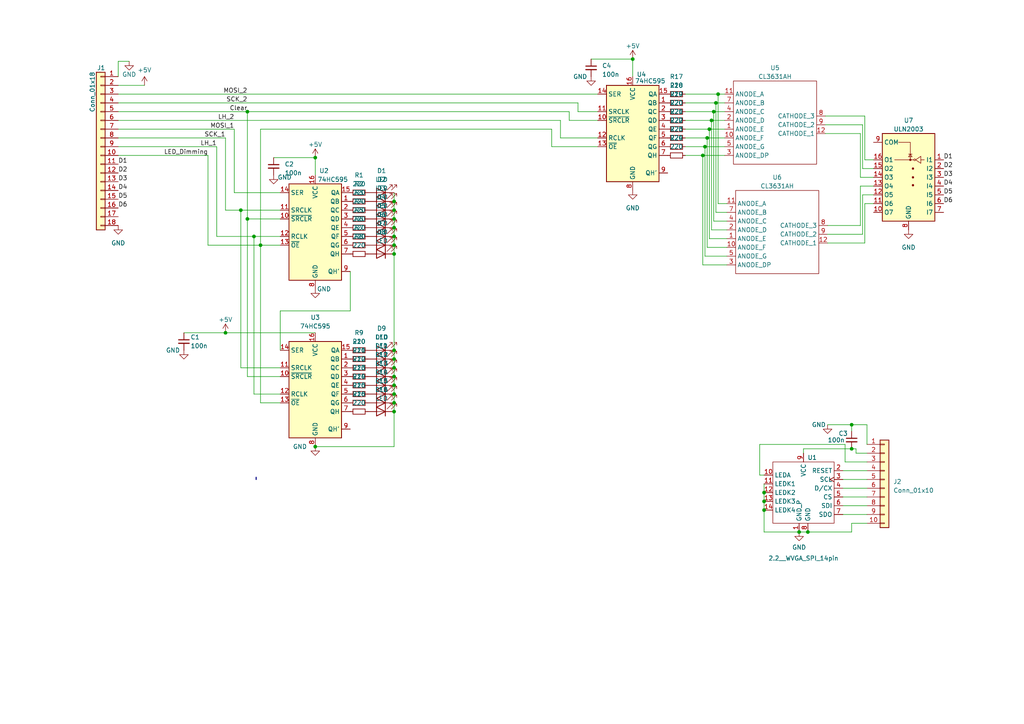
<source format=kicad_sch>
(kicad_sch (version 20210406) (generator eeschema)
  (paper "A4")
  (lib_symbols
    (symbol "74xx:74HC595"
      (property "Reference" "U" (at -7.62 13.97 0))
      (property "Value" "74HC595" (at -7.62 -16.51 0))
      (symbol "74HC595_1_0"
        (pin tri_state line (at 10.16 7.62 180) (length 2.54) (name "QB") (number "1"))
        (pin input line (at -10.16 2.54 0) (length 2.54) (name "~SRCLR") (number "10"))
        (pin input line (at -10.16 5.08 0) (length 2.54) (name "SRCLK") (number "11"))
        (pin input line (at -10.16 -2.54 0) (length 2.54) (name "RCLK") (number "12"))
        (pin input line (at -10.16 -5.08 0) (length 2.54) (name "~OE") (number "13"))
        (pin input line (at -10.16 10.16 0) (length 2.54) (name "SER") (number "14"))
        (pin tri_state line (at 10.16 10.16 180) (length 2.54) (name "QA") (number "15"))
        (pin power_in line (at 0 15.24 270) (length 2.54) (name "VCC") (number "16"))
        (pin tri_state line (at 10.16 5.08 180) (length 2.54) (name "QC") (number "2"))
        (pin tri_state line (at 10.16 2.54 180) (length 2.54) (name "QD") (number "3"))
        (pin tri_state line (at 10.16 0 180) (length 2.54) (name "QE") (number "4"))
        (pin tri_state line (at 10.16 -2.54 180) (length 2.54) (name "QF") (number "5"))
        (pin tri_state line (at 10.16 -5.08 180) (length 2.54) (name "QG") (number "6"))
        (pin tri_state line (at 10.16 -7.62 180) (length 2.54) (name "QH") (number "7"))
        (pin power_in line (at 0 -17.78 90) (length 2.54) (name "GND") (number "8"))
        (pin output line (at 10.16 -12.7 180) (length 2.54) (name "QH'") (number "9"))
      )
      (symbol "74HC595_1_1"
        (rectangle (start -7.62 12.7) (end 7.62 -15.24) (stroke (width 0.254)) (fill (type background)))
      )
    )
    (symbol "Connector_Generic:Conn_01x10" (pin_names (offset 1.016) hide)
      (property "Reference" "J" (at 0 12.7 0))
      (property "Value" "Conn_01x10" (at 0 -15.24 0))
      (symbol "Conn_01x10_1_1"
        (rectangle (start -1.27 -12.573) (end 0 -12.827) (stroke (width 0.1524)))
        (rectangle (start -1.27 -10.033) (end 0 -10.287) (stroke (width 0.1524)))
        (rectangle (start -1.27 -7.493) (end 0 -7.747) (stroke (width 0.1524)))
        (rectangle (start -1.27 -4.953) (end 0 -5.207) (stroke (width 0.1524)))
        (rectangle (start -1.27 -2.413) (end 0 -2.667) (stroke (width 0.1524)))
        (rectangle (start -1.27 0.127) (end 0 -0.127) (stroke (width 0.1524)))
        (rectangle (start -1.27 2.667) (end 0 2.413) (stroke (width 0.1524)))
        (rectangle (start -1.27 5.207) (end 0 4.953) (stroke (width 0.1524)))
        (rectangle (start -1.27 7.747) (end 0 7.493) (stroke (width 0.1524)))
        (rectangle (start -1.27 10.287) (end 0 10.033) (stroke (width 0.1524)))
        (rectangle (start -1.27 11.43) (end 1.27 -13.97) (stroke (width 0.254)) (fill (type background)))
        (pin passive line (at -5.08 10.16 0) (length 3.81) (name "Pin_1") (number "1"))
        (pin passive line (at -5.08 -12.7 0) (length 3.81) (name "Pin_10") (number "10"))
        (pin passive line (at -5.08 7.62 0) (length 3.81) (name "Pin_2") (number "2"))
        (pin passive line (at -5.08 5.08 0) (length 3.81) (name "Pin_3") (number "3"))
        (pin passive line (at -5.08 2.54 0) (length 3.81) (name "Pin_4") (number "4"))
        (pin passive line (at -5.08 0 0) (length 3.81) (name "Pin_5") (number "5"))
        (pin passive line (at -5.08 -2.54 0) (length 3.81) (name "Pin_6") (number "6"))
        (pin passive line (at -5.08 -5.08 0) (length 3.81) (name "Pin_7") (number "7"))
        (pin passive line (at -5.08 -7.62 0) (length 3.81) (name "Pin_8") (number "8"))
        (pin passive line (at -5.08 -10.16 0) (length 3.81) (name "Pin_9") (number "9"))
      )
    )
    (symbol "Connector_Generic:Conn_01x18" (pin_names (offset 1.016) hide)
      (property "Reference" "J" (at 0 22.86 0))
      (property "Value" "Conn_01x18" (at 0 -25.4 0))
      (symbol "Conn_01x18_1_1"
        (rectangle (start -1.27 -22.733) (end 0 -22.987) (stroke (width 0.1524)))
        (rectangle (start -1.27 -20.193) (end 0 -20.447) (stroke (width 0.1524)))
        (rectangle (start -1.27 -17.653) (end 0 -17.907) (stroke (width 0.1524)))
        (rectangle (start -1.27 -15.113) (end 0 -15.367) (stroke (width 0.1524)))
        (rectangle (start -1.27 -12.573) (end 0 -12.827) (stroke (width 0.1524)))
        (rectangle (start -1.27 -10.033) (end 0 -10.287) (stroke (width 0.1524)))
        (rectangle (start -1.27 -7.493) (end 0 -7.747) (stroke (width 0.1524)))
        (rectangle (start -1.27 -4.953) (end 0 -5.207) (stroke (width 0.1524)))
        (rectangle (start -1.27 -2.413) (end 0 -2.667) (stroke (width 0.1524)))
        (rectangle (start -1.27 0.127) (end 0 -0.127) (stroke (width 0.1524)))
        (rectangle (start -1.27 2.667) (end 0 2.413) (stroke (width 0.1524)))
        (rectangle (start -1.27 5.207) (end 0 4.953) (stroke (width 0.1524)))
        (rectangle (start -1.27 7.747) (end 0 7.493) (stroke (width 0.1524)))
        (rectangle (start -1.27 10.287) (end 0 10.033) (stroke (width 0.1524)))
        (rectangle (start -1.27 12.827) (end 0 12.573) (stroke (width 0.1524)))
        (rectangle (start -1.27 15.367) (end 0 15.113) (stroke (width 0.1524)))
        (rectangle (start -1.27 17.907) (end 0 17.653) (stroke (width 0.1524)))
        (rectangle (start -1.27 20.447) (end 0 20.193) (stroke (width 0.1524)))
        (rectangle (start -1.27 21.59) (end 1.27 -24.13) (stroke (width 0.254)) (fill (type background)))
        (pin passive line (at -5.08 20.32 0) (length 3.81) (name "Pin_1") (number "1"))
        (pin passive line (at -5.08 -2.54 0) (length 3.81) (name "Pin_10") (number "10"))
        (pin passive line (at -5.08 -5.08 0) (length 3.81) (name "Pin_11") (number "11"))
        (pin passive line (at -5.08 -7.62 0) (length 3.81) (name "Pin_12") (number "12"))
        (pin passive line (at -5.08 -10.16 0) (length 3.81) (name "Pin_13") (number "13"))
        (pin passive line (at -5.08 -12.7 0) (length 3.81) (name "Pin_14") (number "14"))
        (pin passive line (at -5.08 -15.24 0) (length 3.81) (name "Pin_15") (number "15"))
        (pin passive line (at -5.08 -17.78 0) (length 3.81) (name "Pin_16") (number "16"))
        (pin passive line (at -5.08 -20.32 0) (length 3.81) (name "Pin_17") (number "17"))
        (pin passive line (at -5.08 -22.86 0) (length 3.81) (name "Pin_18") (number "18"))
        (pin passive line (at -5.08 17.78 0) (length 3.81) (name "Pin_2") (number "2"))
        (pin passive line (at -5.08 15.24 0) (length 3.81) (name "Pin_3") (number "3"))
        (pin passive line (at -5.08 12.7 0) (length 3.81) (name "Pin_4") (number "4"))
        (pin passive line (at -5.08 10.16 0) (length 3.81) (name "Pin_5") (number "5"))
        (pin passive line (at -5.08 7.62 0) (length 3.81) (name "Pin_6") (number "6"))
        (pin passive line (at -5.08 5.08 0) (length 3.81) (name "Pin_7") (number "7"))
        (pin passive line (at -5.08 2.54 0) (length 3.81) (name "Pin_8") (number "8"))
        (pin passive line (at -5.08 0 0) (length 3.81) (name "Pin_9") (number "9"))
      )
    )
    (symbol "Device:C_Small" (pin_numbers hide) (pin_names (offset 0.254) hide)
      (property "Reference" "C" (at 0.254 1.778 0))
      (property "Value" "C_Small" (at 0.254 -2.032 0))
      (symbol "C_Small_0_1"
        (polyline (pts (xy -1.524 -0.508) (xy 1.524 -0.508)) (stroke (width 0.3302)))
        (polyline (pts (xy -1.524 0.508) (xy 1.524 0.508)) (stroke (width 0.3048)))
      )
      (symbol "C_Small_1_1"
        (pin passive line (at 0 2.54 270) (length 2.032) (name "~") (number "1"))
        (pin passive line (at 0 -2.54 90) (length 2.032) (name "~") (number "2"))
      )
    )
    (symbol "Device:LED" (pin_numbers hide) (pin_names (offset 1.016) hide)
      (property "Reference" "D" (at 0 2.54 0))
      (property "Value" "LED" (at 0 -2.54 0))
      (symbol "LED_0_1"
        (polyline (pts (xy -1.27 -1.27) (xy -1.27 1.27)) (stroke (width 0.254)))
        (polyline (pts (xy -1.27 0) (xy 1.27 0)))
        (polyline (pts (xy 1.27 -1.27) (xy 1.27 1.27) (xy -1.27 0) (xy 1.27 -1.27)) (stroke (width 0.254)))
        (polyline (pts (xy -3.048 -0.762) (xy -4.572 -2.286) (xy -3.81 -2.286) (xy -4.572 -2.286) (xy -4.572 -1.524)))
        (polyline (pts (xy -1.778 -0.762) (xy -3.302 -2.286) (xy -2.54 -2.286) (xy -3.302 -2.286) (xy -3.302 -1.524)))
      )
      (symbol "LED_1_1"
        (pin passive line (at -3.81 0 0) (length 2.54) (name "K") (number "1"))
        (pin passive line (at 3.81 0 180) (length 2.54) (name "A") (number "2"))
      )
    )
    (symbol "Device:R_Small" (pin_numbers hide) (pin_names (offset 0.254) hide)
      (property "Reference" "R" (at 0.762 0.508 0))
      (property "Value" "R_Small" (at 0.762 -1.016 0))
      (symbol "R_Small_0_1"
        (rectangle (start -0.762 1.778) (end 0.762 -1.778) (stroke (width 0.2032)))
      )
      (symbol "R_Small_1_1"
        (pin passive line (at 0 2.54 270) (length 0.762) (name "~") (number "1"))
        (pin passive line (at 0 -2.54 90) (length 0.762) (name "~") (number "2"))
      )
    )
    (symbol "LEDs:2.2__WVGA_SPI_14pin"
      (property "Reference" "U" (at 3.81 15.24 0))
      (property "Value" "2.2__WVGA_SPI_14pin" (at 12.7 12.7 0))
      (symbol "2.2__WVGA_SPI_14pin_0_1"
        (rectangle (start -8.89 8.89) (end 8.89 -8.89) (stroke (width 0.1524)))
      )
      (symbol "2.2__WVGA_SPI_14pin_1_1"
        (pin power_in line (at -1.27 -11.43 90) (length 2.54) (name "GND_P") (number "1"))
        (pin power_in line (at -11.43 5.08 0) (length 2.54) (name "LEDA") (number "10"))
        (pin power_in line (at -11.43 2.54 0) (length 2.54) (name "LEDK1") (number "11"))
        (pin power_in line (at -11.43 0 0) (length 2.54) (name "LEDK2") (number "12"))
        (pin power_in line (at -11.43 -2.54 0) (length 2.54) (name "LEDK3") (number "13"))
        (pin power_in line (at -11.43 -5.08 0) (length 2.54) (name "LEDK4") (number "14"))
        (pin input line (at 11.43 6.35 180) (length 2.54) (name "RESET") (number "2"))
        (pin input clock (at 11.43 3.81 180) (length 2.54) (name "SCL") (number "3"))
        (pin input line (at 11.43 1.27 180) (length 2.54) (name "D/CX") (number "4"))
        (pin input line (at 11.43 -1.27 180) (length 2.54) (name "CS") (number "5"))
        (pin input line (at 11.43 -3.81 180) (length 2.54) (name "SDI") (number "6"))
        (pin output line (at 11.43 -6.35 180) (length 2.54) (name "SDO") (number "7"))
        (pin power_in line (at 1.27 -11.43 90) (length 2.54) (name "GND") (number "8"))
        (pin power_in line (at 0 11.43 270) (length 2.54) (name "VCC") (number "9"))
      )
    )
    (symbol "LEDs:CL3631AH"
      (property "Reference" "U" (at 0 13.97 0))
      (property "Value" "CL3631AH" (at 0 16.002 0))
      (symbol "CL3631AH_0_1"
        (rectangle (start -12.7 12.7) (end 11.43 -11.43) (stroke (width 0.1524)))
      )
      (symbol "CL3631AH_1_1"
        (pin input line (at -15.24 -1.27 0) (length 2.54) (name "ANODE_E") (number "1"))
        (pin input line (at -15.24 -3.81 0) (length 2.54) (name "ANODE_F") (number "10"))
        (pin input line (at -15.24 8.89 0) (length 2.54) (name "ANODE_A") (number "11"))
        (pin input line (at 13.97 -2.54 180) (length 2.54) (name "CATHODE_1") (number "12"))
        (pin input line (at -15.24 1.27 0) (length 2.54) (name "ANODE_D") (number "2"))
        (pin input line (at -15.24 -8.89 0) (length 2.54) (name "ANODE_DP") (number "3"))
        (pin input line (at -15.24 3.81 0) (length 2.54) (name "ANODE_C") (number "4"))
        (pin input line (at -15.24 -6.35 0) (length 2.54) (name "ANODE_G") (number "5"))
        (pin input line (at -15.24 6.35 0) (length 2.54) (name "ANODE_B") (number "7"))
        (pin input line (at 13.97 2.54 180) (length 2.54) (name "CATHODE_3") (number "8"))
        (pin input line (at 13.97 0 180) (length 2.54) (name "CATHODE_2") (number "9"))
      )
    )
    (symbol "LEDs:CL3631AH_1"
      (property "Reference" "U" (at 0 13.97 0))
      (property "Value" "CL3631AH" (at 0 16.002 0))
      (symbol "CL3631AH_1_0_1"
        (rectangle (start -12.7 12.7) (end 11.43 -11.43) (stroke (width 0.1524)))
      )
      (symbol "CL3631AH_1_1_1"
        (pin input line (at -15.24 -1.27 0) (length 2.54) (name "ANODE_E") (number "1"))
        (pin input line (at -15.24 -3.81 0) (length 2.54) (name "ANODE_F") (number "10"))
        (pin input line (at -15.24 8.89 0) (length 2.54) (name "ANODE_A") (number "11"))
        (pin input line (at 13.97 -2.54 180) (length 2.54) (name "CATHODE_1") (number "12"))
        (pin input line (at -15.24 1.27 0) (length 2.54) (name "ANODE_D") (number "2"))
        (pin input line (at -15.24 -8.89 0) (length 2.54) (name "ANODE_DP") (number "3"))
        (pin input line (at -15.24 3.81 0) (length 2.54) (name "ANODE_C") (number "4"))
        (pin input line (at -15.24 -6.35 0) (length 2.54) (name "ANODE_G") (number "5"))
        (pin input line (at -15.24 6.35 0) (length 2.54) (name "ANODE_B") (number "7"))
        (pin input line (at 13.97 2.54 180) (length 2.54) (name "CATHODE_3") (number "8"))
        (pin input line (at 13.97 0 180) (length 2.54) (name "CATHODE_2") (number "9"))
      )
    )
    (symbol "Transistor_Array:ULN2003"
      (property "Reference" "U" (at 0 15.875 0))
      (property "Value" "ULN2003" (at 0 13.97 0))
      (symbol "ULN2003_0_1"
        (circle (center -1.778 5.08) (radius 0.254))
        (circle (center -1.27 -2.286) (radius 0.254) (fill (type outline)))
        (circle (center -1.27 0) (radius 0.254) (fill (type outline)))
        (circle (center -1.27 2.54) (radius 0.254) (fill (type outline)))
        (circle (center -0.508 5.08) (radius 0.254) (fill (type outline)))
        (rectangle (start -7.62 -12.7) (end 7.62 12.7) (stroke (width 0.254)) (fill (type background)))
        (polyline (pts (xy -4.572 5.08) (xy -3.556 5.08)))
        (polyline (pts (xy -1.524 5.08) (xy 4.064 5.08)))
        (polyline (pts (xy 0 6.731) (xy -1.016 6.731)))
        (polyline (pts (xy -0.508 5.08) (xy -0.508 10.16) (xy 2.921 10.16)))
        (polyline (pts (xy -3.556 6.096) (xy -3.556 4.064) (xy -2.032 5.08) (xy -3.556 6.096)))
        (polyline (pts (xy 0 5.969) (xy -1.016 5.969) (xy -0.508 6.731) (xy 0 5.969)))
      )
      (symbol "ULN2003_1_1"
        (pin input line (at -10.16 5.08 0) (length 2.54) (name "I1") (number "1"))
        (pin open_collector line (at 10.16 -10.16 180) (length 2.54) (name "O7") (number "10"))
        (pin open_collector line (at 10.16 -7.62 180) (length 2.54) (name "O6") (number "11"))
        (pin open_collector line (at 10.16 -5.08 180) (length 2.54) (name "O5") (number "12"))
        (pin open_collector line (at 10.16 -2.54 180) (length 2.54) (name "O4") (number "13"))
        (pin open_collector line (at 10.16 0 180) (length 2.54) (name "O3") (number "14"))
        (pin open_collector line (at 10.16 2.54 180) (length 2.54) (name "O2") (number "15"))
        (pin open_collector line (at 10.16 5.08 180) (length 2.54) (name "O1") (number "16"))
        (pin input line (at -10.16 2.54 0) (length 2.54) (name "I2") (number "2"))
        (pin input line (at -10.16 0 0) (length 2.54) (name "I3") (number "3"))
        (pin input line (at -10.16 -2.54 0) (length 2.54) (name "I4") (number "4"))
        (pin input line (at -10.16 -5.08 0) (length 2.54) (name "I5") (number "5"))
        (pin input line (at -10.16 -7.62 0) (length 2.54) (name "I6") (number "6"))
        (pin input line (at -10.16 -10.16 0) (length 2.54) (name "I7") (number "7"))
        (pin power_in line (at 0 -15.24 90) (length 2.54) (name "GND") (number "8"))
        (pin passive line (at 10.16 10.16 180) (length 2.54) (name "COM") (number "9"))
      )
    )
    (symbol "power:+5V" (power) (pin_names (offset 0))
      (property "Value" "+5V" (at 0 3.556 0))
      (symbol "+5V_0_1"
        (polyline (pts (xy -0.762 1.27) (xy 0 2.54)))
        (polyline (pts (xy 0 0) (xy 0 2.54)))
        (polyline (pts (xy 0 2.54) (xy 0.762 1.27)))
      )
      (symbol "+5V_1_1"
        (pin power_in line (at 0 0 90) (length 0) hide (name "+5V") (number "1"))
      )
    )
    (symbol "power:GND" (power) (pin_names (offset 0))
      (property "Value" "GND" (at 0 -3.81 0))
      (symbol "GND_0_1"
        (polyline (pts (xy 0 0) (xy 0 -1.27) (xy 1.27 -1.27) (xy 0 -2.54) (xy -1.27 -1.27) (xy 0 -1.27)))
      )
      (symbol "GND_1_1"
        (pin power_in line (at 0 0 270) (length 0) hide (name "GND") (number "1"))
      )
    )
  )
  (junction (at 65.405 96.52) (diameter 0.9144))
  (junction (at 69.85 60.96) (diameter 0.9144))
  (junction (at 71.755 32.385) (diameter 0.9144))
  (junction (at 71.755 63.5) (diameter 0.9144))
  (junction (at 73.66 68.58) (diameter 0.9144))
  (junction (at 75.565 71.12) (diameter 0.9144))
  (junction (at 91.44 45.72) (diameter 0.9144))
  (junction (at 91.44 129.54) (diameter 0.9144))
  (junction (at 114.3 58.42) (diameter 0.9144))
  (junction (at 114.3 60.96) (diameter 0.9144))
  (junction (at 114.3 63.5) (diameter 0.9144))
  (junction (at 114.3 66.04) (diameter 0.9144))
  (junction (at 114.3 68.58) (diameter 0.9144))
  (junction (at 114.3 71.12) (diameter 0.9144))
  (junction (at 114.3 73.66) (diameter 0.9144))
  (junction (at 114.3 101.6) (diameter 0.9144))
  (junction (at 114.3 104.14) (diameter 0.9144))
  (junction (at 114.3 106.68) (diameter 0.9144))
  (junction (at 114.3 109.22) (diameter 0.9144))
  (junction (at 114.3 111.76) (diameter 0.9144))
  (junction (at 114.3 114.3) (diameter 0.9144))
  (junction (at 114.3 116.84) (diameter 0.9144))
  (junction (at 114.3 119.38) (diameter 0.9144))
  (junction (at 183.515 17.145) (diameter 0.9144))
  (junction (at 203.835 45.085) (diameter 0.9144))
  (junction (at 204.47 42.545) (diameter 0.9144))
  (junction (at 205.105 40.005) (diameter 0.9144))
  (junction (at 205.74 37.465) (diameter 0.9144))
  (junction (at 206.375 34.925) (diameter 0.9144))
  (junction (at 207.01 32.385) (diameter 0.9144))
  (junction (at 207.645 29.845) (diameter 0.9144))
  (junction (at 208.28 27.305) (diameter 0.9144))
  (junction (at 221.615 142.875) (diameter 0.9144))
  (junction (at 221.615 145.415) (diameter 0.9144))
  (junction (at 221.615 147.955) (diameter 0.9144))
  (junction (at 231.775 154.305) (diameter 0.9144))
  (junction (at 234.315 154.305) (diameter 0.9144))
  (junction (at 247.015 123.19) (diameter 0.9144))
  (junction (at 247.015 130.175) (diameter 0.9144))
  (wire (pts (xy 34.29 17.78) (xy 34.29 22.225)))
  (wire (pts (xy 34.29 24.765) (xy 41.91 24.765)))
  (wire (pts (xy 34.29 27.305) (xy 173.355 27.305)))
  (wire (pts (xy 34.29 29.845) (xy 167.64 29.845)))
  (wire (pts (xy 34.29 34.925) (xy 162.56 34.925)))
  (wire (pts (xy 37.465 17.78) (xy 34.29 17.78)))
  (wire (pts (xy 53.34 96.52) (xy 65.405 96.52)))
  (wire (pts (xy 60.325 45.085) (xy 34.29 45.085)))
  (wire (pts (xy 60.325 71.12) (xy 60.325 45.085)))
  (wire (pts (xy 62.865 42.545) (xy 34.29 42.545)))
  (wire (pts (xy 62.865 42.545) (xy 62.865 68.58)))
  (wire (pts (xy 62.865 68.58) (xy 73.66 68.58)))
  (wire (pts (xy 65.405 40.005) (xy 34.29 40.005)))
  (wire (pts (xy 65.405 60.96) (xy 65.405 40.005)))
  (wire (pts (xy 65.405 96.52) (xy 91.44 96.52)))
  (wire (pts (xy 67.945 37.465) (xy 34.29 37.465)))
  (wire (pts (xy 67.945 55.88) (xy 67.945 37.465)))
  (wire (pts (xy 69.85 60.96) (xy 65.405 60.96)))
  (wire (pts (xy 69.85 60.96) (xy 81.28 60.96)))
  (wire (pts (xy 69.85 106.68) (xy 69.85 60.96)))
  (wire (pts (xy 71.755 32.385) (xy 34.29 32.385)))
  (wire (pts (xy 71.755 32.385) (xy 71.755 63.5)))
  (wire (pts (xy 71.755 32.385) (xy 165.1 32.385)))
  (wire (pts (xy 71.755 63.5) (xy 81.28 63.5)))
  (wire (pts (xy 71.755 109.22) (xy 71.755 63.5)))
  (wire (pts (xy 73.66 68.58) (xy 81.28 68.58)))
  (wire (pts (xy 73.66 114.3) (xy 73.66 68.58)))
  (wire (pts (xy 75.565 37.465) (xy 75.565 71.12)))
  (wire (pts (xy 75.565 37.465) (xy 160.02 37.465)))
  (wire (pts (xy 75.565 71.12) (xy 60.325 71.12)))
  (wire (pts (xy 75.565 71.12) (xy 75.565 116.84)))
  (wire (pts (xy 75.565 116.84) (xy 81.28 116.84)))
  (wire (pts (xy 79.375 45.72) (xy 91.44 45.72)))
  (wire (pts (xy 81.28 55.88) (xy 67.945 55.88)))
  (wire (pts (xy 81.28 71.12) (xy 75.565 71.12)))
  (wire (pts (xy 81.28 90.17) (xy 101.6 90.17)))
  (wire (pts (xy 81.28 101.6) (xy 81.28 90.17)))
  (wire (pts (xy 81.28 106.68) (xy 69.85 106.68)))
  (wire (pts (xy 81.28 109.22) (xy 71.755 109.22)))
  (wire (pts (xy 81.28 114.3) (xy 73.66 114.3)))
  (wire (pts (xy 91.44 45.72) (xy 91.44 50.8)))
  (wire (pts (xy 101.6 90.17) (xy 101.6 78.74)))
  (wire (pts (xy 114.3 55.88) (xy 114.3 58.42)))
  (wire (pts (xy 114.3 58.42) (xy 114.3 60.96)))
  (wire (pts (xy 114.3 60.96) (xy 114.3 63.5)))
  (wire (pts (xy 114.3 63.5) (xy 114.3 66.04)))
  (wire (pts (xy 114.3 66.04) (xy 114.3 68.58)))
  (wire (pts (xy 114.3 68.58) (xy 114.3 71.12)))
  (wire (pts (xy 114.3 71.12) (xy 114.3 73.66)))
  (wire (pts (xy 114.3 73.66) (xy 114.3 101.6)))
  (wire (pts (xy 114.3 104.14) (xy 114.3 101.6)))
  (wire (pts (xy 114.3 106.68) (xy 114.3 104.14)))
  (wire (pts (xy 114.3 109.22) (xy 114.3 106.68)))
  (wire (pts (xy 114.3 111.76) (xy 114.3 109.22)))
  (wire (pts (xy 114.3 114.3) (xy 114.3 111.76)))
  (wire (pts (xy 114.3 116.84) (xy 114.3 114.3)))
  (wire (pts (xy 114.3 119.38) (xy 114.3 116.84)))
  (wire (pts (xy 114.3 119.38) (xy 114.3 129.54)))
  (wire (pts (xy 114.3 129.54) (xy 91.44 129.54)))
  (wire (pts (xy 160.02 42.545) (xy 160.02 37.465)))
  (wire (pts (xy 160.02 42.545) (xy 173.355 42.545)))
  (wire (pts (xy 162.56 40.005) (xy 162.56 34.925)))
  (wire (pts (xy 162.56 40.005) (xy 173.355 40.005)))
  (wire (pts (xy 165.1 34.925) (xy 165.1 32.385)))
  (wire (pts (xy 165.1 34.925) (xy 173.355 34.925)))
  (wire (pts (xy 167.64 29.845) (xy 167.64 32.385)))
  (wire (pts (xy 167.64 32.385) (xy 173.355 32.385)))
  (wire (pts (xy 171.45 17.145) (xy 183.515 17.145)))
  (wire (pts (xy 183.515 17.145) (xy 183.515 22.225)))
  (wire (pts (xy 198.755 27.305) (xy 208.28 27.305)))
  (wire (pts (xy 198.755 29.845) (xy 207.645 29.845)))
  (wire (pts (xy 198.755 32.385) (xy 207.01 32.385)))
  (wire (pts (xy 198.755 34.925) (xy 206.375 34.925)))
  (wire (pts (xy 198.755 37.465) (xy 205.74 37.465)))
  (wire (pts (xy 198.755 40.005) (xy 205.105 40.005)))
  (wire (pts (xy 198.755 42.545) (xy 204.47 42.545)))
  (wire (pts (xy 198.755 45.085) (xy 203.835 45.085)))
  (wire (pts (xy 203.835 45.085) (xy 210.185 45.085)))
  (wire (pts (xy 203.835 76.835) (xy 203.835 45.085)))
  (wire (pts (xy 204.47 42.545) (xy 210.185 42.545)))
  (wire (pts (xy 204.47 74.295) (xy 204.47 42.545)))
  (wire (pts (xy 205.105 40.005) (xy 210.185 40.005)))
  (wire (pts (xy 205.105 71.755) (xy 205.105 40.005)))
  (wire (pts (xy 205.74 37.465) (xy 210.185 37.465)))
  (wire (pts (xy 205.74 69.215) (xy 205.74 37.465)))
  (wire (pts (xy 206.375 34.925) (xy 210.185 34.925)))
  (wire (pts (xy 206.375 66.675) (xy 206.375 34.925)))
  (wire (pts (xy 207.01 32.385) (xy 210.185 32.385)))
  (wire (pts (xy 207.01 64.135) (xy 207.01 32.385)))
  (wire (pts (xy 207.645 29.845) (xy 210.185 29.845)))
  (wire (pts (xy 207.645 61.595) (xy 207.645 29.845)))
  (wire (pts (xy 208.28 27.305) (xy 208.28 59.055)))
  (wire (pts (xy 208.28 27.305) (xy 210.185 27.305)))
  (wire (pts (xy 208.28 59.055) (xy 210.82 59.055)))
  (wire (pts (xy 210.82 61.595) (xy 207.645 61.595)))
  (wire (pts (xy 210.82 64.135) (xy 207.01 64.135)))
  (wire (pts (xy 210.82 66.675) (xy 206.375 66.675)))
  (wire (pts (xy 210.82 69.215) (xy 205.74 69.215)))
  (wire (pts (xy 210.82 71.755) (xy 205.105 71.755)))
  (wire (pts (xy 210.82 74.295) (xy 204.47 74.295)))
  (wire (pts (xy 210.82 76.835) (xy 203.835 76.835)))
  (wire (pts (xy 220.345 128.905) (xy 245.11 128.905)))
  (wire (pts (xy 220.345 137.795) (xy 220.345 128.905)))
  (wire (pts (xy 221.615 137.795) (xy 220.345 137.795)))
  (wire (pts (xy 221.615 140.335) (xy 221.615 142.875)))
  (wire (pts (xy 221.615 142.875) (xy 221.615 145.415)))
  (wire (pts (xy 221.615 145.415) (xy 221.615 147.955)))
  (wire (pts (xy 221.615 147.955) (xy 221.615 154.305)))
  (wire (pts (xy 221.615 154.305) (xy 231.775 154.305)))
  (wire (pts (xy 231.775 154.305) (xy 234.315 154.305)))
  (wire (pts (xy 233.045 130.175) (xy 247.015 130.175)))
  (wire (pts (xy 233.045 131.445) (xy 233.045 130.175)))
  (wire (pts (xy 234.315 154.305) (xy 247.015 154.305)))
  (wire (pts (xy 239.395 33.655) (xy 250.825 33.655)))
  (wire (pts (xy 239.395 38.735) (xy 249.555 38.735)))
  (wire (pts (xy 240.03 65.405) (xy 249.555 65.405)))
  (wire (pts (xy 240.03 70.485) (xy 250.825 70.485)))
  (wire (pts (xy 244.475 136.525) (xy 251.46 136.525)))
  (wire (pts (xy 244.475 139.065) (xy 251.46 139.065)))
  (wire (pts (xy 244.475 141.605) (xy 251.46 141.605)))
  (wire (pts (xy 244.475 144.145) (xy 251.46 144.145)))
  (wire (pts (xy 244.475 146.685) (xy 251.46 146.685)))
  (wire (pts (xy 244.475 149.225) (xy 251.46 149.225)))
  (wire (pts (xy 245.11 128.905) (xy 245.11 133.985)))
  (wire (pts (xy 245.11 133.985) (xy 251.46 133.985)))
  (wire (pts (xy 247.015 123.19) (xy 240.03 123.19)))
  (wire (pts (xy 247.015 123.19) (xy 247.015 125.095)))
  (wire (pts (xy 247.015 130.175) (xy 248.285 130.175)))
  (wire (pts (xy 247.015 151.765) (xy 251.46 151.765)))
  (wire (pts (xy 247.015 154.305) (xy 247.015 151.765)))
  (wire (pts (xy 248.285 130.175) (xy 248.285 131.445)))
  (wire (pts (xy 248.285 131.445) (xy 251.46 131.445)))
  (wire (pts (xy 249.555 38.735) (xy 249.555 51.435)))
  (wire (pts (xy 249.555 51.435) (xy 253.365 51.435)))
  (wire (pts (xy 249.555 53.975) (xy 253.365 53.975)))
  (wire (pts (xy 249.555 65.405) (xy 249.555 53.975)))
  (wire (pts (xy 250.19 36.195) (xy 239.395 36.195)))
  (wire (pts (xy 250.19 48.895) (xy 250.19 36.195)))
  (wire (pts (xy 250.19 48.895) (xy 253.365 48.895)))
  (wire (pts (xy 250.19 56.515) (xy 250.19 67.945)))
  (wire (pts (xy 250.19 56.515) (xy 253.365 56.515)))
  (wire (pts (xy 250.19 67.945) (xy 240.03 67.945)))
  (wire (pts (xy 250.825 33.655) (xy 250.825 46.355)))
  (wire (pts (xy 250.825 46.355) (xy 253.365 46.355)))
  (wire (pts (xy 250.825 59.055) (xy 253.365 59.055)))
  (wire (pts (xy 250.825 70.485) (xy 250.825 59.055)))
  (wire (pts (xy 251.46 123.19) (xy 247.015 123.19)))
  (wire (pts (xy 251.46 128.905) (xy 251.46 123.19)))
  (bus (pts (xy 74.295 138.43) (xy 74.295 139.065)))
  (label "D1" (at 34.29 47.625 0))
  (label "D2" (at 34.29 50.165 0))
  (label "D3" (at 34.29 52.705 0))
  (label "D4" (at 34.29 55.245 0))
  (label "D5" (at 34.29 57.785 0))
  (label "D6" (at 34.29 60.325 0))
  (label "LED_Dimming" (at 60.325 45.085 180))
  (label "LH_1" (at 62.865 42.545 180))
  (label "SCK_1" (at 65.405 40.005 180))
  (label "LH_2" (at 67.945 34.925 180))
  (label "MOSI_1" (at 67.945 37.465 180))
  (label "MOSI_2" (at 71.755 27.305 180))
  (label "SCK_2" (at 71.755 29.845 180))
  (label "Clear" (at 71.755 32.385 180))
  (label "D1" (at 273.685 46.355 0))
  (label "D2" (at 273.685 48.895 0))
  (label "D3" (at 273.685 51.435 0))
  (label "D4" (at 273.685 53.975 0))
  (label "D5" (at 273.685 56.515 0))
  (label "D6" (at 273.685 59.055 0))
  (symbol (lib_id "power:+5V") (at 41.91 24.765 0) (unit 1)
    (property "Reference" "#PWR03" (effects hide))
    (property "Value" "+5V" (at 41.91 20.32 0))
  )
  (symbol (lib_id "power:+5V") (at 65.405 96.52 0) (unit 1)
    (property "Reference" "#PWR05" (effects hide))
    (property "Value" "+5V" (at 65.405 92.71 0))
  )
  (symbol (lib_id "power:+5V") (at 91.44 45.72 0) (unit 1)
    (property "Reference" "#PWR09" (effects hide))
    (property "Value" "+5V" (at 91.44 41.91 0))
  )
  (symbol (lib_id "power:+5V") (at 183.515 17.145 0) (unit 1)
    (property "Reference" "#PWR013" (effects hide))
    (property "Value" "+5V" (at 183.515 13.335 0))
  )
  (symbol (lib_id "power:GND") (at 34.29 65.405 0) (unit 1)
    (property "Reference" "#PWR01" (effects hide))
    (property "Value" "GND" (at 34.29 70.485 0))
  )
  (symbol (lib_id "power:GND") (at 37.465 17.78 0) (unit 1)
    (property "Reference" "#PWR02" (effects hide))
    (property "Value" "GND" (at 37.465 21.59 0))
  )
  (symbol (lib_id "power:GND") (at 53.34 101.6 0) (unit 1)
    (property "Reference" "#PWR04" (effects hide))
    (property "Value" "GND" (at 50.165 101.6 0))
  )
  (symbol (lib_id "power:GND") (at 79.375 50.8 0) (unit 1)
    (property "Reference" "#PWR07" (effects hide))
    (property "Value" "GND" (at 82.55 51.435 0))
  )
  (symbol (lib_id "power:GND") (at 91.44 83.82 0) (unit 1)
    (property "Reference" "#PWR010" (effects hide))
    (property "Value" "GND" (at 93.98 83.82 0))
  )
  (symbol (lib_id "power:GND") (at 91.44 129.54 0) (unit 1)
    (property "Reference" "#PWR011" (effects hide))
    (property "Value" "GND" (at 86.995 129.54 0))
  )
  (symbol (lib_id "power:GND") (at 171.45 22.225 0) (unit 1)
    (property "Reference" "#PWR012" (effects hide))
    (property "Value" "GND" (at 168.275 22.225 0))
  )
  (symbol (lib_id "power:GND") (at 183.515 55.245 0) (unit 1)
    (property "Reference" "#PWR014" (effects hide))
    (property "Value" "GND" (at 183.515 60.325 0))
  )
  (symbol (lib_id "power:GND") (at 231.775 154.305 0) (unit 1)
    (property "Reference" "#PWR06" (effects hide))
    (property "Value" "GND" (at 231.775 158.75 0))
  )
  (symbol (lib_id "power:GND") (at 240.03 123.19 0) (unit 1)
    (property "Reference" "#PWR08" (effects hide))
    (property "Value" "GND" (at 237.49 123.19 0))
  )
  (symbol (lib_id "power:GND") (at 263.525 66.675 0) (unit 1)
    (property "Reference" "#PWR015" (effects hide))
    (property "Value" "GND" (at 263.525 71.755 0))
  )
  (symbol (lib_id "Device:R_Small") (at 104.14 55.88 90) (unit 1)
    (property "Reference" "R1" (at 104.14 50.8 90))
    (property "Value" "220" (at 104.14 53.34 90))
    (property "Footprint" "Resistor_SMD:R_0805_2012Metric" (effects hide))
  )
  (symbol (lib_id "Device:R_Small") (at 104.14 58.42 90) (unit 1)
    (property "Reference" "R2" (at 104.14 53.34 90))
    (property "Value" "220" (at 104.14 55.88 90))
    (property "Footprint" "Resistor_SMD:R_0805_2012Metric" (effects hide))
  )
  (symbol (lib_id "Device:R_Small") (at 104.14 60.96 90) (unit 1)
    (property "Reference" "R3" (at 104.14 55.88 90))
    (property "Value" "220" (at 104.14 58.42 90))
    (property "Footprint" "Resistor_SMD:R_0805_2012Metric" (effects hide))
  )
  (symbol (lib_id "Device:R_Small") (at 104.14 63.5 90) (unit 1)
    (property "Reference" "R4" (at 104.14 58.42 90))
    (property "Value" "220" (at 104.14 60.96 90))
    (property "Footprint" "Resistor_SMD:R_0805_2012Metric" (effects hide))
  )
  (symbol (lib_id "Device:R_Small") (at 104.14 66.04 90) (unit 1)
    (property "Reference" "R5" (at 104.14 60.96 90))
    (property "Value" "220" (at 104.14 63.5 90))
    (property "Footprint" "Resistor_SMD:R_0805_2012Metric" (effects hide))
  )
  (symbol (lib_id "Device:R_Small") (at 104.14 68.58 90) (unit 1)
    (property "Reference" "R6" (at 104.14 63.5 90))
    (property "Value" "220" (at 104.14 66.04 90))
    (property "Footprint" "Resistor_SMD:R_0805_2012Metric" (effects hide))
  )
  (symbol (lib_id "Device:R_Small") (at 104.14 71.12 90) (unit 1)
    (property "Reference" "R7" (at 104.14 66.04 90))
    (property "Value" "220" (at 104.14 68.58 90))
    (property "Footprint" "Resistor_SMD:R_0805_2012Metric" (effects hide))
  )
  (symbol (lib_id "Device:R_Small") (at 104.14 73.66 90) (unit 1)
    (property "Reference" "R8" (at 104.14 68.58 90))
    (property "Value" "220" (at 104.14 71.12 90))
    (property "Footprint" "Resistor_SMD:R_0805_2012Metric" (effects hide))
  )
  (symbol (lib_id "Device:R_Small") (at 104.14 101.6 90) (unit 1)
    (property "Reference" "R9" (at 104.14 96.52 90))
    (property "Value" "220" (at 104.14 99.06 90))
    (property "Footprint" "Resistor_SMD:R_0805_2012Metric" (effects hide))
  )
  (symbol (lib_id "Device:R_Small") (at 104.14 104.14 90) (unit 1)
    (property "Reference" "R10" (at 104.14 99.06 90))
    (property "Value" "220" (at 104.14 101.6 90))
    (property "Footprint" "Resistor_SMD:R_0805_2012Metric" (effects hide))
  )
  (symbol (lib_id "Device:R_Small") (at 104.14 106.68 90) (unit 1)
    (property "Reference" "R11" (at 104.14 101.6 90))
    (property "Value" "220" (at 104.14 104.14 90))
    (property "Footprint" "Resistor_SMD:R_0805_2012Metric" (effects hide))
  )
  (symbol (lib_id "Device:R_Small") (at 104.14 109.22 90) (unit 1)
    (property "Reference" "R12" (at 104.14 104.14 90))
    (property "Value" "220" (at 104.14 106.68 90))
    (property "Footprint" "Resistor_SMD:R_0805_2012Metric" (effects hide))
  )
  (symbol (lib_id "Device:R_Small") (at 104.14 111.76 90) (unit 1)
    (property "Reference" "R13" (at 104.14 106.68 90))
    (property "Value" "220" (at 104.14 109.22 90))
    (property "Footprint" "Resistor_SMD:R_0805_2012Metric" (effects hide))
  )
  (symbol (lib_id "Device:R_Small") (at 104.14 114.3 90) (unit 1)
    (property "Reference" "R14" (at 104.14 109.22 90))
    (property "Value" "220" (at 104.14 111.76 90))
    (property "Footprint" "Resistor_SMD:R_0805_2012Metric" (effects hide))
  )
  (symbol (lib_id "Device:R_Small") (at 104.14 116.84 90) (unit 1)
    (property "Reference" "R15" (at 104.14 111.76 90))
    (property "Value" "220" (at 104.14 114.3 90))
    (property "Footprint" "Resistor_SMD:R_0805_2012Metric" (effects hide))
  )
  (symbol (lib_id "Device:R_Small") (at 104.14 119.38 90) (unit 1)
    (property "Reference" "R16" (at 104.14 114.3 90))
    (property "Value" "220" (at 104.14 116.84 90))
    (property "Footprint" "Resistor_SMD:R_0805_2012Metric" (effects hide))
  )
  (symbol (lib_id "Device:R_Small") (at 196.215 27.305 90) (unit 1)
    (property "Reference" "R17" (at 196.215 22.225 90))
    (property "Value" "220" (at 196.215 24.765 90))
    (property "Footprint" "Resistor_SMD:R_0805_2012Metric" (effects hide))
  )
  (symbol (lib_id "Device:R_Small") (at 196.215 29.845 90) (unit 1)
    (property "Reference" "R18" (at 196.215 24.765 90))
    (property "Value" "220" (at 196.215 27.305 90))
    (property "Footprint" "Resistor_SMD:R_0805_2012Metric" (effects hide))
  )
  (symbol (lib_id "Device:R_Small") (at 196.215 32.385 90) (unit 1)
    (property "Reference" "R19" (at 196.215 27.305 90))
    (property "Value" "220" (at 196.215 29.845 90))
    (property "Footprint" "Resistor_SMD:R_0805_2012Metric" (effects hide))
  )
  (symbol (lib_id "Device:R_Small") (at 196.215 34.925 90) (unit 1)
    (property "Reference" "R20" (at 196.215 29.845 90))
    (property "Value" "220" (at 196.215 32.385 90))
    (property "Footprint" "Resistor_SMD:R_0805_2012Metric" (effects hide))
  )
  (symbol (lib_id "Device:R_Small") (at 196.215 37.465 90) (unit 1)
    (property "Reference" "R21" (at 196.215 32.385 90))
    (property "Value" "220" (at 196.215 34.925 90))
    (property "Footprint" "Resistor_SMD:R_0805_2012Metric" (effects hide))
  )
  (symbol (lib_id "Device:R_Small") (at 196.215 40.005 90) (unit 1)
    (property "Reference" "R22" (at 196.215 34.925 90))
    (property "Value" "220" (at 196.215 37.465 90))
    (property "Footprint" "Resistor_SMD:R_0805_2012Metric" (effects hide))
  )
  (symbol (lib_id "Device:R_Small") (at 196.215 42.545 90) (unit 1)
    (property "Reference" "R23" (at 196.215 37.465 90))
    (property "Value" "220" (at 196.215 40.005 90))
    (property "Footprint" "Resistor_SMD:R_0805_2012Metric" (effects hide))
  )
  (symbol (lib_id "Device:R_Small") (at 196.215 45.085 90) (unit 1)
    (property "Reference" "R24" (at 196.215 40.005 90))
    (property "Value" "220" (at 196.215 42.545 90))
    (property "Footprint" "Resistor_SMD:R_0805_2012Metric" (effects hide))
  )
  (symbol (lib_id "Device:C_Small") (at 53.34 99.06 0) (unit 1)
    (property "Reference" "C1" (at 55.245 97.7899 0) (effects (justify left)))
    (property "Value" "100n" (at 55.245 100.3299 0) (effects (justify left)))
    (property "Footprint" "Capacitor_SMD:C_0805_2012Metric_Pad1.18x1.45mm_HandSolder" (effects hide))
  )
  (symbol (lib_id "Device:C_Small") (at 79.375 48.26 0) (unit 1)
    (property "Reference" "C2" (at 82.55 47.6249 0) (effects (justify left)))
    (property "Value" "100n" (at 82.55 50.1649 0) (effects (justify left)))
    (property "Footprint" "Capacitor_SMD:C_0805_2012Metric_Pad1.18x1.45mm_HandSolder" (effects hide))
  )
  (symbol (lib_id "Device:C_Small") (at 171.45 19.685 0) (unit 1)
    (property "Reference" "C4" (at 174.625 19.0499 0) (effects (justify left)))
    (property "Value" "100n" (at 174.625 21.5899 0) (effects (justify left)))
    (property "Footprint" "Capacitor_SMD:C_0805_2012Metric_Pad1.18x1.45mm_HandSolder" (effects hide))
  )
  (symbol (lib_id "Device:C_Small") (at 247.015 127.635 0) (unit 1)
    (property "Reference" "C3" (at 243.205 125.7299 0) (effects (justify left)))
    (property "Value" "100n" (at 240.03 127.6349 0) (effects (justify left)))
    (property "Footprint" "Capacitor_SMD:C_0805_2012Metric_Pad1.18x1.45mm_HandSolder" (effects hide))
  )
  (symbol (lib_id "Device:LED") (at 110.49 55.88 180) (unit 1)
    (property "Reference" "D1" (at 110.6805 49.53 0))
    (property "Value" "LED" (at 110.6805 52.07 0))
    (property "Footprint" "LED_THT:LED_Rectangular_W5.0mm_H2.0mm" (effects hide))
  )
  (symbol (lib_id "Device:LED") (at 110.49 58.42 180) (unit 1)
    (property "Reference" "D2" (at 110.6805 52.07 0))
    (property "Value" "LED" (at 110.6805 54.61 0))
    (property "Footprint" "LED_THT:LED_Rectangular_W5.0mm_H2.0mm" (effects hide))
  )
  (symbol (lib_id "Device:LED") (at 110.49 60.96 180) (unit 1)
    (property "Reference" "D3" (at 110.6805 54.61 0))
    (property "Value" "LED" (at 110.6805 57.15 0))
    (property "Footprint" "LED_THT:LED_Rectangular_W5.0mm_H2.0mm" (effects hide))
  )
  (symbol (lib_id "Device:LED") (at 110.49 63.5 180) (unit 1)
    (property "Reference" "D4" (at 110.6805 57.15 0))
    (property "Value" "LED" (at 110.6805 59.69 0))
    (property "Footprint" "LED_THT:LED_Rectangular_W5.0mm_H2.0mm" (effects hide))
  )
  (symbol (lib_id "Device:LED") (at 110.49 66.04 180) (unit 1)
    (property "Reference" "D5" (at 110.6805 59.69 0))
    (property "Value" "LED" (at 110.6805 62.23 0))
    (property "Footprint" "LED_THT:LED_Rectangular_W5.0mm_H2.0mm" (effects hide))
  )
  (symbol (lib_id "Device:LED") (at 110.49 68.58 180) (unit 1)
    (property "Reference" "D6" (at 110.6805 62.23 0))
    (property "Value" "LED" (at 110.6805 64.77 0))
    (property "Footprint" "LED_THT:LED_Rectangular_W5.0mm_H2.0mm" (effects hide))
  )
  (symbol (lib_id "Device:LED") (at 110.49 71.12 180) (unit 1)
    (property "Reference" "D7" (at 110.6805 64.77 0))
    (property "Value" "LED" (at 110.6805 67.31 0))
    (property "Footprint" "LED_THT:LED_Rectangular_W5.0mm_H2.0mm" (effects hide))
  )
  (symbol (lib_id "Device:LED") (at 110.49 73.66 180) (unit 1)
    (property "Reference" "D8" (at 110.6805 67.31 0))
    (property "Value" "LED" (at 110.6805 69.85 0))
    (property "Footprint" "LED_THT:LED_Rectangular_W5.0mm_H2.0mm" (effects hide))
  )
  (symbol (lib_id "Device:LED") (at 110.49 101.6 180) (unit 1)
    (property "Reference" "D9" (at 110.6805 95.25 0))
    (property "Value" "LED" (at 110.6805 97.79 0))
    (property "Footprint" "LED_THT:LED_Rectangular_W5.0mm_H2.0mm" (effects hide))
  )
  (symbol (lib_id "Device:LED") (at 110.49 104.14 180) (unit 1)
    (property "Reference" "D10" (at 110.6805 97.79 0))
    (property "Value" "LED" (at 110.6805 100.33 0))
    (property "Footprint" "LED_THT:LED_Rectangular_W5.0mm_H2.0mm" (effects hide))
  )
  (symbol (lib_id "Device:LED") (at 110.49 106.68 180) (unit 1)
    (property "Reference" "D11" (at 110.6805 100.33 0))
    (property "Value" "LED" (at 110.6805 102.87 0))
    (property "Footprint" "LED_THT:LED_Rectangular_W5.0mm_H2.0mm" (effects hide))
  )
  (symbol (lib_id "Device:LED") (at 110.49 109.22 180) (unit 1)
    (property "Reference" "D12" (at 110.6805 102.87 0))
    (property "Value" "LED" (at 110.6805 105.41 0))
    (property "Footprint" "LED_THT:LED_Rectangular_W5.0mm_H2.0mm" (effects hide))
  )
  (symbol (lib_id "Device:LED") (at 110.49 111.76 180) (unit 1)
    (property "Reference" "D13" (at 110.6805 105.41 0))
    (property "Value" "LED" (at 110.6805 107.95 0))
    (property "Footprint" "LED_THT:LED_Rectangular_W5.0mm_H2.0mm" (effects hide))
  )
  (symbol (lib_id "Device:LED") (at 110.49 114.3 180) (unit 1)
    (property "Reference" "D14" (at 110.6805 107.95 0))
    (property "Value" "LED" (at 110.6805 110.49 0))
    (property "Footprint" "LED_THT:LED_Rectangular_W5.0mm_H2.0mm" (effects hide))
  )
  (symbol (lib_id "Device:LED") (at 110.49 116.84 180) (unit 1)
    (property "Reference" "D15" (at 110.6805 110.49 0))
    (property "Value" "LED" (at 110.6805 113.03 0))
    (property "Footprint" "LED_THT:LED_Rectangular_W5.0mm_H2.0mm" (effects hide))
  )
  (symbol (lib_id "Device:LED") (at 110.49 119.38 180) (unit 1)
    (property "Reference" "D16" (at 110.6805 113.03 0))
    (property "Value" "LED" (at 110.6805 115.57 0))
    (property "Footprint" "LED_THT:LED_Rectangular_W5.0mm_H2.0mm" (effects hide))
  )
  (symbol (lib_id "Connector_Generic:Conn_01x10") (at 256.54 139.065 0) (unit 1)
    (property "Reference" "J2" (at 259.08 139.6999 0) (effects (justify left)))
    (property "Value" "Conn_01x10" (at 259.08 142.2399 0) (effects (justify left)))
    (property "Footprint" "Connector_PinSocket_2.54mm:PinSocket_1x10_P2.54mm_Vertical" (effects hide))
  )
  (symbol (lib_id "Connector_Generic:Conn_01x18") (at 29.21 42.545 0) (mirror y) (unit 1)
    (property "Reference" "J1" (at 29.337 19.685 0))
    (property "Value" "Conn_01x18" (at 26.797 26.67 90))
    (property "Footprint" "Connector_PinSocket_2.54mm:PinSocket_1x18_P2.54mm_Vertical" (effects hide))
  )
  (symbol (lib_id "LEDs:2.2__WVGA_SPI_14pin") (at 233.045 142.875 0) (unit 1)
    (property "Reference" "U1" (at 235.585 132.715 0))
    (property "Value" "2.2__WVGA_SPI_14pin" (at 233.045 161.925 0))
    (property "Footprint" "LEDs:2.2_wvga_spi" (effects hide))
  )
  (symbol (lib_id "Transistor_Array:ULN2003") (at 263.525 51.435 0) (mirror y) (unit 1)
    (property "Reference" "U7" (at 263.525 34.925 0))
    (property "Value" "ULN2003" (at 263.525 37.465 0))
    (property "Footprint" "Package_SO:SO-16_3.9x9.9mm_P1.27mm" (effects hide))
    (property "Datasheet" "http://www.ti.com/lit/ds/symlink/uln2003a.pdf" (effects hide))
  )
  (symbol (lib_id "74xx:74HC595") (at 91.44 66.04 0) (unit 1)
    (property "Reference" "U2" (at 93.98 49.53 0))
    (property "Value" "74HC595" (at 96.52 52.07 0))
    (property "Footprint" "Package_SO:SOIC-16_3.9x9.9mm_P1.27mm" (effects hide))
    (property "Datasheet" "http://www.ti.com/lit/ds/symlink/sn74hc595.pdf" (effects hide))
  )
  (symbol (lib_id "74xx:74HC595") (at 91.44 111.76 0) (unit 1)
    (property "Reference" "U3" (at 91.44 92.075 0))
    (property "Value" "74HC595" (at 91.44 94.615 0))
    (property "Footprint" "Package_SO:SOIC-16_3.9x9.9mm_P1.27mm" (effects hide))
    (property "Datasheet" "http://www.ti.com/lit/ds/symlink/sn74hc595.pdf" (effects hide))
  )
  (symbol (lib_id "74xx:74HC595") (at 183.515 37.465 0) (unit 1)
    (property "Reference" "U4" (at 186.055 21.59 0))
    (property "Value" "74HC595" (at 188.595 23.495 0))
    (property "Footprint" "Package_SO:SOIC-16_3.9x9.9mm_P1.27mm" (effects hide))
    (property "Datasheet" "http://www.ti.com/lit/ds/symlink/sn74hc595.pdf" (effects hide))
  )
  (symbol (lib_name "LEDs:CL3631AH_1") (lib_id "LEDs:CL3631AH") (at 225.425 36.195 0) (unit 1)
    (property "Reference" "U5" (at 224.79 19.685 0))
    (property "Value" "CL3631AH" (at 224.79 22.225 0))
    (property "Footprint" "Personal:CL3631AH" (effects hide))
  )
  (symbol (lib_id "LEDs:CL3631AH") (at 226.06 67.945 0) (unit 1)
    (property "Reference" "U6" (at 225.425 51.435 0))
    (property "Value" "CL3631AH" (at 225.425 53.975 0))
    (property "Footprint" "Personal:CL3631AH" (effects hide))
  )
)
</source>
